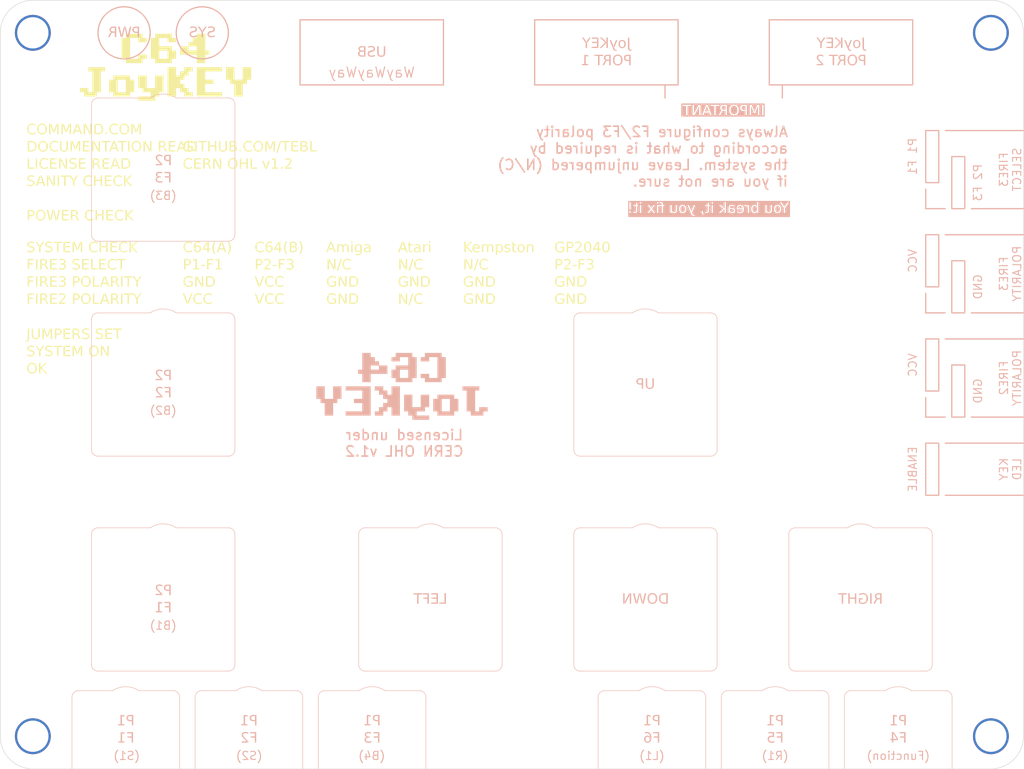
<source format=kicad_pcb>
(kicad_pcb (version 20240108) (generator "pcbnew") (generator_version "8.0")
  (layers (0 "F.Cu" signal) (31 "B.Cu" signal) (34 "B.Paste" user) (35 "F.Paste" user) (36 "B.SilkS" user "B.Silkscreen") (37 "F.SilkS" user "F.Silkscreen") (38 "B.Mask" user) (39 "F.Mask" user) (44 "Edge.Cuts" user))
  (net 0 "")
  (net 1 "Net-(M1-Pin_1)")
  (footprint "mounting:M3_pin" (layer "F.Cu") (at 144.145 154.305)
    (property "Reference" "M1" (hide yes))
    (property "Value" "Mounting" (hide yes))
    (pad "1" thru_hole circle (at 0 0) (size 3.5 3.5) (drill 3.048) (layers "*.Cu" "*.Mask") (net 1 "Net-(M1-Pin_1)"))
  )
  (footprint "mounting:M3_pin" (layer "F.Cu") (at 237.49 154.305)
    (property "Reference" "M2" (hide yes))
    (property "Value" "Mounting" (hide yes))
    (pad "1" thru_hole circle (at 0 0) (size 3.5 3.5) (drill 3.048) (layers "*.Cu" "*.Mask") (net 1 "Net-(M1-Pin_1)"))
  )
  (footprint "mounting:M3_pin" (layer "F.Cu") (at 237.49 85.725)
    (property "Reference" "M3" (hide yes))
    (property "Value" "Mounting" (hide yes))
    (pad "1" thru_hole circle (at 0 0) (size 3.5 3.5) (drill 3.048) (layers "*.Cu" "*.Mask") (net 1 "Net-(M1-Pin_1)"))
  )
  (footprint "mounting:M3_pin" (layer "F.Cu") (at 144.145 85.725)
    (property "Reference" "M4" (hide yes))
    (property "Value" "Mounting" (hide yes))
    (pad "1" thru_hole circle (at 0 0) (size 3.5 3.5) (drill 3.048) (layers "*.Cu" "*.Mask") (net 1 "Net-(M1-Pin_1)"))
  )
  (footprint "logo:c64_joykey" (layer "F.Cu") (at 156.845 88.9)
    (property "Reference" "G***" (hide yes))
    (property "Value" "LOGO" (hide yes))
    (fp_poly (pts (xy 5.72072 0.584785) (xy 4.093493 0.584785) (xy 4.093493 1.398399) (xy 4.907107 1.398399) (xy 4.907107 1.805206) (xy 4.093493 1.805206) (xy 4.093493 2.618819) (xy 5.72072 2.618819) (xy 5.72072 3.025626) (xy 3.27988 3.025626) (xy 3.27988 0.177978) (xy 5.72072 0.177978) (xy 5.72072 0.584785)) (stroke (width 0.01)) (fill solid) (layer "F.SilkS"))
    (fp_poly (pts (xy -5.66987 0.584785) (xy -6.076677 0.584785) (xy -6.076677 2.618819) (xy -6.483484 2.618819) (xy -6.483484 3.025626) (xy -7.703904 3.025626) (xy -7.703904 2.618819) (xy -8.110711 2.618819) (xy -8.110711 2.212012) (xy -7.297097 2.212012) (xy -7.297097 2.618819) (xy -6.890291 2.618819) (xy -6.890291 0.584785) (xy -7.297097 0.584785) (xy -7.297097 0.177978) (xy -5.66987 0.177978) (xy -5.66987 0.584785)) (stroke (width 0.01)) (fill solid) (layer "F.SilkS"))
    (fp_poly (pts (xy 6.941141 1.398399) (xy 7.754754 1.398399) (xy 7.754754 0.177978) (xy 8.568368 0.177978) (xy 8.568368 1.398399) (xy 8.161561 1.398399) (xy 8.161561 1.805206) (xy 7.754754 1.805206) (xy 7.754754 3.025626) (xy 6.941141 3.025626) (xy 6.941141 1.805206) (xy 6.534334 1.805206) (xy 6.534334 1.398399) (xy 6.127527 1.398399) (xy 6.127527 0.177978) (xy 6.941141 0.177978) (xy 6.941141 1.398399)) (stroke (width 0.01)) (fill solid) (layer "F.SilkS"))
    (fp_poly (pts (xy -3.229029 1.398399) (xy -2.822223 1.398399) (xy -2.822223 2.618819) (xy -3.229029 2.618819) (xy -3.229029 3.025626) (xy -4.856257 3.025626) (xy -4.856257 2.618819) (xy -5.263063 2.618819) (xy -5.263063 1.398399) (xy -4.856257 1.398399) (xy -4.44945 1.398399) (xy -4.44945 2.618819) (xy -3.635836 2.618819) (xy -3.635836 1.398399) (xy -4.44945 1.398399) (xy -4.856257 1.398399) (xy -4.856257 0.991592) (xy -3.229029 0.991592) (xy -3.229029 1.398399)) (stroke (width 0.01)) (fill solid) (layer "F.SilkS"))
    (fp_poly (pts (xy -1.601802 2.212012) (xy -0.788189 2.212012) (xy -0.788189 0.991592) (xy 0.025425 0.991592) (xy 0.025425 2.618819) (xy -0.381382 2.618819) (xy -0.381382 3.025626) (xy -0.788189 3.025626) (xy -0.788189 3.432433) (xy -2.415416 3.432433) (xy -2.415416 3.025626) (xy -1.194995 3.025626) (xy -1.194995 2.618819) (xy -2.008609 2.618819) (xy -2.008609 2.212012) (xy -2.415416 2.212012) (xy -2.415416 0.991592) (xy -1.601802 0.991592) (xy -1.601802 2.212012)) (stroke (width 0.01)) (fill solid) (layer "F.SilkS"))
    (fp_poly (pts (xy -2.008609 -2.669669) (xy -1.601802 -2.669669) (xy -1.601802 -2.262863) (xy -2.415416 -2.262863) (xy -2.415416 -2.669669) (xy -3.229029 -2.669669) (xy -3.229029 -0.635635) (xy -2.415416 -0.635635) (xy -2.415416 -1.042442) (xy -1.601802 -1.042442) (xy -1.601802 -0.635635) (xy -2.008609 -0.635635) (xy -2.008609 -0.228829) (xy -3.635836 -0.228829) (xy -3.635836 -0.635635) (xy -4.042643 -0.635635) (xy -4.042643 -2.669669) (xy -3.635836 -2.669669) (xy -3.635836 -3.076476) (xy -2.008609 -3.076476) (xy -2.008609 -2.669669)) (stroke (width 0.01)) (fill solid) (layer "F.SilkS"))
    (fp_poly (pts (xy 4.093493 -1.449249) (xy 4.5003 -1.449249) (xy 4.5003 -1.042442) (xy 4.093493 -1.042442) (xy 4.093493 -0.228829) (xy 3.27988 -0.228829) (xy 3.27988 -1.042442) (xy 1.652652 -1.042442) (xy 1.652652 -1.856056) (xy 2.466266 -1.856056) (xy 2.466266 -1.449249) (xy 3.27988 -1.449249) (xy 3.27988 -1.856056) (xy 2.466266 -1.856056) (xy 2.466266 -2.262863) (xy 2.873073 -2.262863) (xy 2.873073 -2.669669) (xy 3.27988 -2.669669) (xy 3.27988 -3.076476) (xy 4.093493 -3.076476) (xy 4.093493 -1.449249)) (stroke (width 0.01)) (fill solid) (layer "F.SilkS"))
    (fp_poly (pts (xy 0.839039 -2.669669) (xy 1.245846 -2.669669) (xy 1.245846 -2.262863) (xy 0.432232 -2.262863) (xy 0.432232 -2.669669) (xy -0.381382 -2.669669) (xy -0.381382 -1.856056) (xy 0.839039 -1.856056) (xy 0.839039 -1.449249) (xy 1.245846 -1.449249) (xy 1.245846 -0.635635) (xy 0.839039 -0.635635) (xy 0.839039 -0.228829) (xy -0.788189 -0.228829) (xy -0.788189 -0.635635) (xy -1.194995 -0.635635) (xy -1.194995 -1.449249) (xy -0.381382 -1.449249) (xy -0.381382 -0.635635) (xy 0.432232 -0.635635) (xy 0.432232 -1.449249) (xy -0.381382 -1.449249) (xy -1.194995 -1.449249) (xy -1.194995 -2.669669) (xy -0.788189 -2.669669) (xy -0.788189 -3.076476) (xy 0.839039 -3.076476) (xy 0.839039 -2.669669)) (stroke (width 0.01)) (fill solid) (layer "F.SilkS"))
    (fp_poly (pts (xy 1.245846 0.991592) (xy 1.652652 0.991592) (xy 1.652652 0.584785) (xy 2.059459 0.584785) (xy 2.059459 0.177978) (xy 2.873073 0.177978) (xy 2.873073 0.584785) (xy 2.466266 0.584785) (xy 2.466266 0.991592) (xy 2.059459 0.991592) (xy 2.059459 1.398399) (xy 1.652652 1.398399) (xy 1.652652 1.805206) (xy 2.059459 1.805206) (xy 2.059459 2.212012) (xy 2.466266 2.212012) (xy 2.466266 2.618819) (xy 2.873073 2.618819) (xy 2.873073 3.025626) (xy 2.059459 3.025626) (xy 2.059459 2.618819) (xy 1.652652 2.618819) (xy 1.652652 2.212012) (xy 1.245846 2.212012) (xy 1.245846 3.025626) (xy 0.432232 3.025626) (xy 0.432232 0.177978) (xy 1.245846 0.177978) (xy 1.245846 0.991592)) (stroke (width 0.01)) (fill solid) (layer "F.SilkS"))
  )
  (footprint "logo:c64_joykey" (layer "B.Cu") (at 180.34 120.015 180)
    (property "Reference" "G***" (hide yes))
    (property "Value" "LOGO" (hide yes))
    (fp_poly (pts (xy 5.72072 -0.584785) (xy 4.093493 -0.584785) (xy 4.093493 -1.398399) (xy 4.907107 -1.398399) (xy 4.907107 -1.805206) (xy 4.093493 -1.805206) (xy 4.093493 -2.618819) (xy 5.72072 -2.618819) (xy 5.72072 -3.025626) (xy 3.27988 -3.025626) (xy 3.27988 -0.177978) (xy 5.72072 -0.177978) (xy 5.72072 -0.584785)) (stroke (width 0.01)) (fill solid) (layer "B.SilkS"))
    (fp_poly (pts (xy 6.941141 -1.398399) (xy 7.754754 -1.398399) (xy 7.754754 -0.177978) (xy 8.568368 -0.177978) (xy 8.568368 -1.398399) (xy 8.161561 -1.398399) (xy 8.161561 -1.805206) (xy 7.754754 -1.805206) (xy 7.754754 -3.025626) (xy 6.941141 -3.025626) (xy 6.941141 -1.805206) (xy 6.534334 -1.805206) (xy 6.534334 -1.398399) (xy 6.127527 -1.398399) (xy 6.127527 -0.177978) (xy 6.941141 -0.177978) (xy 6.941141 -1.398399)) (stroke (width 0.01)) (fill solid) (layer "B.SilkS"))
    (fp_poly (pts (xy -5.66987 -0.584785) (xy -6.076677 -0.584785) (xy -6.076677 -2.618819) (xy -6.483484 -2.618819) (xy -6.483484 -3.025626) (xy -7.703904 -3.025626) (xy -7.703904 -2.618819) (xy -8.110711 -2.618819) (xy -8.110711 -2.212012) (xy -7.297097 -2.212012) (xy -7.297097 -2.618819) (xy -6.890291 -2.618819) (xy -6.890291 -0.584785) (xy -7.297097 -0.584785) (xy -7.297097 -0.177978) (xy -5.66987 -0.177978) (xy -5.66987 -0.584785)) (stroke (width 0.01)) (fill solid) (layer "B.SilkS"))
    (fp_poly (pts (xy -1.601802 -2.212012) (xy -0.788189 -2.212012) (xy -0.788189 -0.991592) (xy 0.025425 -0.991592) (xy 0.025425 -2.618819) (xy -0.381382 -2.618819) (xy -0.381382 -3.025626) (xy -0.788189 -3.025626) (xy -0.788189 -3.432433) (xy -2.415416 -3.432433) (xy -2.415416 -3.025626) (xy -1.194995 -3.025626) (xy -1.194995 -2.618819) (xy -2.008609 -2.618819) (xy -2.008609 -2.212012) (xy -2.415416 -2.212012) (xy -2.415416 -0.991592) (xy -1.601802 -0.991592) (xy -1.601802 -2.212012)) (stroke (width 0.01)) (fill solid) (layer "B.SilkS"))
    (fp_poly (pts (xy -3.229029 -1.398399) (xy -2.822223 -1.398399) (xy -2.822223 -2.618819) (xy -3.229029 -2.618819) (xy -3.229029 -3.025626) (xy -4.856257 -3.025626) (xy -4.856257 -2.618819) (xy -5.263063 -2.618819) (xy -5.263063 -1.398399) (xy -4.856257 -1.398399) (xy -4.44945 -1.398399) (xy -4.44945 -2.618819) (xy -3.635836 -2.618819) (xy -3.635836 -1.398399) (xy -4.44945 -1.398399) (xy -4.856257 -1.398399) (xy -4.856257 -0.991592) (xy -3.229029 -0.991592) (xy -3.229029 -1.398399)) (stroke (width 0.01)) (fill solid) (layer "B.SilkS"))
    (fp_poly (pts (xy 4.093493 1.449249) (xy 4.5003 1.449249) (xy 4.5003 1.042442) (xy 4.093493 1.042442) (xy 4.093493 0.228829) (xy 3.27988 0.228829) (xy 3.27988 1.042442) (xy 1.652652 1.042442) (xy 1.652652 1.856056) (xy 2.466266 1.856056) (xy 2.466266 1.449249) (xy 3.27988 1.449249) (xy 3.27988 1.856056) (xy 2.466266 1.856056) (xy 2.466266 2.262863) (xy 2.873073 2.262863) (xy 2.873073 2.669669) (xy 3.27988 2.669669) (xy 3.27988 3.076476) (xy 4.093493 3.076476) (xy 4.093493 1.449249)) (stroke (width 0.01)) (fill solid) (layer "B.SilkS"))
    (fp_poly (pts (xy -2.008609 2.669669) (xy -1.601802 2.669669) (xy -1.601802 2.262863) (xy -2.415416 2.262863) (xy -2.415416 2.669669) (xy -3.229029 2.669669) (xy -3.229029 0.635635) (xy -2.415416 0.635635) (xy -2.415416 1.042442) (xy -1.601802 1.042442) (xy -1.601802 0.635635) (xy -2.008609 0.635635) (xy -2.008609 0.228829) (xy -3.635836 0.228829) (xy -3.635836 0.635635) (xy -4.042643 0.635635) (xy -4.042643 2.669669) (xy -3.635836 2.669669) (xy -3.635836 3.076476) (xy -2.008609 3.076476) (xy -2.008609 2.669669)) (stroke (width 0.01)) (fill solid) (layer "B.SilkS"))
    (fp_poly (pts (xy 0.839039 2.669669) (xy 1.245846 2.669669) (xy 1.245846 2.262863) (xy 0.432232 2.262863) (xy 0.432232 2.669669) (xy -0.381382 2.669669) (xy -0.381382 1.856056) (xy 0.839039 1.856056) (xy 0.839039 1.449249) (xy 1.245846 1.449249) (xy 1.245846 0.635635) (xy 0.839039 0.635635) (xy 0.839039 0.228829) (xy -0.788189 0.228829) (xy -0.788189 0.635635) (xy -1.194995 0.635635) (xy -1.194995 1.449249) (xy -0.381382 1.449249) (xy -0.381382 0.635635) (xy 0.432232 0.635635) (xy 0.432232 1.449249) (xy -0.381382 1.449249) (xy -1.194995 1.449249) (xy -1.194995 2.669669) (xy -0.788189 2.669669) (xy -0.788189 3.076476) (xy 0.839039 3.076476) (xy 0.839039 2.669669)) (stroke (width 0.01)) (fill solid) (layer "B.SilkS"))
    (fp_poly (pts (xy 1.245846 -0.991592) (xy 1.652652 -0.991592) (xy 1.652652 -0.584785) (xy 2.059459 -0.584785) (xy 2.059459 -0.177978) (xy 2.873073 -0.177978) (xy 2.873073 -0.584785) (xy 2.466266 -0.584785) (xy 2.466266 -0.991592) (xy 2.059459 -0.991592) (xy 2.059459 -1.398399) (xy 1.652652 -1.398399) (xy 1.652652 -1.805206) (xy 2.059459 -1.805206) (xy 2.059459 -2.212012) (xy 2.466266 -2.212012) (xy 2.466266 -2.618819) (xy 2.873073 -2.618819) (xy 2.873073 -3.025626) (xy 2.059459 -3.025626) (xy 2.059459 -2.618819) (xy 1.652652 -2.618819) (xy 1.652652 -2.212012) (xy 1.245846 -2.212012) (xy 1.245846 -3.025626) (xy 0.432232 -3.025626) (xy 0.432232 -0.177978) (xy 1.245846 -0.177978) (xy 1.245846 -0.991592)) (stroke (width 0.01)) (fill solid) (layer "B.SilkS"))
  )
  (gr_line (start 170.18 84.455) (end 184.15 84.455) (stroke (width 0.12)) (layer "B.SilkS"))
  (gr_line (start 205.734998 149.860002) (end 209.072999 149.860003) (stroke (width 0.05)) (layer "B.SilkS"))
  (gr_line (start 235.585 123.19) (end 240.665 123.19) (stroke (width 0.12)) (layer "B.SilkS"))
  (gr_line (start 231.14 102.87) (end 233.045 102.87) (stroke (width 0.12)) (layer "B.SilkS"))
  (gr_line (start 193.04 90.805) (end 193.04 84.455) (stroke (width 0.12)) (layer "B.SilkS"))
  (gr_arc (start 155.575001 133.985003) (mid 156.844999 133.600478) (end 158.114998 133.985002) (stroke (width 0.05)) (layer "B.SilkS"))
  (gr_rect (start 233.68 97.79) (end 234.95 102.87) (stroke (width 0.12)) (fill none) (layer "B.SilkS"))
  (gr_line (start 235.585 102.87) (end 240.665 102.87) (stroke (width 0.12)) (layer "B.SilkS"))
  (gr_arc (start 150.495 127) (mid 150.045987 126.814013) (end 149.86 126.365) (stroke (width 0.05)) (layer "B.SilkS"))
  (gr_arc (start 163.928001 149.860003) (mid 165.197999 149.475478) (end 166.467998 149.860002) (stroke (width 0.05)) (layer "B.SilkS"))
  (gr_line (start 203.195001 149.860003) (end 199.857 149.860002) (stroke (width 0.05)) (layer "B.SilkS"))
  (gr_line (start 171.955 157.480002) (end 171.955 150.495002) (stroke (width 0.05)) (layer "B.SilkS"))
  (gr_line (start 223.52 133.985001) (end 218.44 133.985) (stroke (width 0.05)) (layer "B.SilkS"))
  (gr_arc (start 231.775 147.32) (mid 231.589013 147.769013) (end 231.14 147.955) (stroke (width 0.05)) (layer "B.SilkS"))
  (gr_line (start 229.87 90.805) (end 215.9 90.805) (stroke (width 0.12)) (layer "B.SilkS"))
  (gr_line (start 149.86 113.665) (end 149.86 126.365) (stroke (width 0.05)) (layer "B.SilkS"))
  (gr_line (start 170.440999 157.480003) (end 170.440999 150.495003) (stroke (width 0.05)) (layer "B.SilkS"))
  (gr_line (start 149.86 92.71) (end 149.86 105.41) (stroke (width 0.05)) (layer "B.SilkS"))
  (gr_line (start 150.495 127) (end 163.195 127) (stroke (width 0.05)) (layer "B.SilkS"))
  (gr_arc (start 189.23 133.985) (mid 189.679013 134.170987) (end 189.865 134.62) (stroke (width 0.05)) (layer "B.SilkS"))
  (gr_arc (start 202.565001 133.985003) (mid 203.834999 133.600478) (end 205.104998 133.985002) (stroke (width 0.05)) (layer "B.SilkS"))
  (gr_line (start 158.115 133.985) (end 163.195 133.985) (stroke (width 0.05)) (layer "B.SilkS"))
  (gr_line (start 215.9 84.455) (end 229.87 84.455) (stroke (width 0.12)) (layer "B.SilkS"))
  (gr_line (start 205.74 90.805) (end 205.74 92.075) (stroke (width 0.12)) (layer "B.SilkS"))
  (gr_line (start 218.44 147.955) (end 231.14 147.955) (stroke (width 0.05)) (layer "B.SilkS"))
  (gr_arc (start 149.86 92.71) (mid 150.045987 92.260987) (end 150.495 92.075) (stroke (width 0.05)) (layer "B.SilkS"))
  (gr_line (start 227.195501 149.860003) (end 223.8575 149.860002) (stroke (width 0.05)) (layer "B.SilkS"))
  (gr_line (start 215.195001 149.860003) (end 211.857 149.860002) (stroke (width 0.05)) (layer "B.SilkS"))
  (gr_line (start 231.14 113.03) (end 233.045 113.03) (stroke (width 0.12)) (layer "B.SilkS"))
  (gr_line (start 217.734998 149.860002) (end 221.072999 149.860003) (stroke (width 0.05)) (layer "B.SilkS"))
  (gr_line (start 150.495 106.045) (end 163.195 106.045) (stroke (width 0.05)) (layer "B.SilkS"))
  (gr_rect (start 233.68 107.95) (end 234.95 113.03) (stroke (width 0.12)) (fill none) (layer "B.SilkS"))
  (gr_arc (start 217.805 134.62) (mid 217.990987 134.170987) (end 218.44 133.985) (stroke (width 0.05)) (layer "B.SilkS"))
  (gr_line (start 163.83 147.32) (end 163.83 134.62) (stroke (width 0.05)) (layer "B.SilkS"))
  (gr_arc (start 163.83 126.365) (mid 163.644013 126.814013) (end 163.195 127) (stroke (width 0.05)) (layer "B.SilkS"))
  (gr_line (start 155.575 113.030001) (end 150.495 113.03) (stroke (width 0.05)) (layer "B.SilkS"))
  (gr_arc (start 210.185 133.985) (mid 210.634013 134.170987) (end 210.82 134.62) (stroke (width 0.05)) (layer "B.SilkS"))
  (gr_arc (start 196.85 134.62) (mid 197.035987 134.170987) (end 197.485 133.985) (stroke (width 0.05)) (layer "B.SilkS"))
  (gr_arc (start 163.195 133.985) (mid 163.644013 134.170987) (end 163.83 134.62) (stroke (width 0.05)) (layer "B.SilkS"))
  (gr_arc (start 149.86 134.62) (mid 150.045987 134.170987) (end 150.495 133.985) (stroke (width 0.05)) (layer "B.SilkS"))
  (gr_arc (start 233.073499 149.860003) (mid 233.522512 150.04599) (end 233.708499 150.495003) (stroke (width 0.05)) (layer "B.SilkS"))
  (gr_arc (start 163.83 105.41) (mid 163.644013 105.859013) (end 163.195 106.045) (stroke (width 0.05)) (layer "B.SilkS"))
  (gr_arc (start 150.495 106.045) (mid 150.045987 105.859013) (end 149.86 105.41) (stroke (width 0.05)) (layer "B.SilkS"))
  (gr_arc (start 223.520001 133.985003) (mid 224.789999 133.600478) (end 226.059998 133.985002) (stroke (width 0.05)) (layer "B.SilkS"))
  (gr_line (start 233.045 125.73) (end 240.665 125.73) (stroke (width 0.12)) (layer "B.SilkS"))
  (gr_arc (start 189.865 147.32) (mid 189.679013 147.769013) (end 189.23 147.955) (stroke (width 0.05)) (layer "B.SilkS"))
  (gr_line (start 155.575 133.985001) (end 150.495 133.985) (stroke (width 0.05)) (layer "B.SilkS"))
  (gr_circle (center 153.035 85.725) (end 153.035 88.265) (stroke (width 0.12)) (fill none) (layer "B.SilkS"))
  (gr_arc (start 231.14 133.985) (mid 231.589013 134.170987) (end 231.775 134.62) (stroke (width 0.05)) (layer "B.SilkS"))
  (gr_line (start 197.485 147.955) (end 210.185 147.955) (stroke (width 0.05)) (layer "B.SilkS"))
  (gr_line (start 175.895 134.62) (end 175.895 147.32) (stroke (width 0.05)) (layer "B.SilkS"))
  (gr_line (start 207.01 90.805) (end 193.04 90.805) (stroke (width 0.12)) (layer "B.SilkS"))
  (gr_line (start 149.86 134.62) (end 149.86 147.32) (stroke (width 0.05)) (layer "B.SilkS"))
  (gr_arc (start 176.53 147.955) (mid 176.080987 147.769013) (end 175.895 147.32) (stroke (width 0.05)) (layer "B.SilkS"))
  (gr_line (start 231.14 111.125) (end 231.14 113.03) (stroke (width 0.12)) (layer "B.SilkS"))
  (gr_line (start 184.15 133.985) (end 189.23 133.985) (stroke (width 0.05)) (layer "B.SilkS"))
  (gr_arc (start 155.575001 92.075003) (mid 156.844999 91.690478) (end 158.114998 92.075002) (stroke (width 0.05)) (layer "B.SilkS"))
  (gr_circle (center 160.655 85.725) (end 160.655 88.265) (stroke (width 0.12)) (fill none) (layer "B.SilkS"))
  (gr_line (start 181.61 133.985001) (end 176.53 133.985) (stroke (width 0.05)) (layer "B.SilkS"))
  (gr_line (start 184.15 90.805) (end 170.18 90.805) (stroke (width 0.12)) (layer "B.SilkS"))
  (gr_line (start 189.865 147.32) (end 189.865 134.62) (stroke (width 0.05)) (layer "B.SilkS"))
  (gr_arc (start 149.86 113.665) (mid 150.045987 113.215987) (end 150.495 113.03) (stroke (width 0.05)) (layer "B.SilkS"))
  (gr_arc (start 197.485 147.955) (mid 197.035987 147.769013) (end 196.85 147.32) (stroke (width 0.05)) (layer "B.SilkS"))
  (gr_line (start 205.105 133.985) (end 210.185 133.985) (stroke (width 0.05)) (layer "B.SilkS"))
  (gr_arc (start 215.195001 149.860003) (mid 216.464999 149.475478) (end 217.734998 149.860002) (stroke (width 0.05)) (layer "B.SilkS"))
  (gr_line (start 217.17 90.805) (end 217.17 92.075) (stroke (width 0.12)) (layer "B.SilkS"))
  (gr_line (start 229.735498 149.860002) (end 233.073499 149.860003) (stroke (width 0.05)) (layer "B.SilkS"))
  (gr_arc (start 223.2225 150.495002) (mid 223.408487 150.045989) (end 223.8575 149.860002) (stroke (width 0.05)) (layer "B.SilkS"))
  (gr_arc (start 150.495 147.955) (mid 150.045987 147.769013) (end 149.86 147.32) (stroke (width 0.05)) (layer "B.SilkS"))
  (gr_line (start 155.575 92.075001) (end 150.495 92.075) (stroke (width 0.05)) (layer "B.SilkS"))
  (gr_line (start 229.87 84.455) (end 229.87 90.805) (stroke (width 0.12)) (layer "B.SilkS"))
  (gr_line (start 170.18 90.805) (end 170.18 84.455) (stroke (width 0.12)) (layer "B.SilkS"))
  (gr_rect (start 231.14 95.25) (end 232.41 100.33) (stroke (width 0.12)) (fill none) (layer "B.SilkS"))
  (gr_arc (start 211.222 150.495002) (mid 211.407987 150.045989) (end 211.857 149.860002) (stroke (width 0.05)) (layer "B.SilkS"))
  (gr_line (start 178.467998 149.860002) (end 181.805999 149.860003) (stroke (width 0.05)) (layer "B.SilkS"))
  (gr_line (start 223.2225 157.480002) (end 223.2225 150.495002) (stroke (width 0.05)) (layer "B.SilkS"))
  (gr_arc (start 147.955 150.495) (mid 148.140987 150.045987) (end 148.59 149.86) (stroke (width 0.05)) (layer "B.SilkS"))
  (gr_line (start 231.14 121.285) (end 231.14 123.19) (stroke (width 0.12)) (layer "B.SilkS"))
  (gr_arc (start 202.565001 113.030003) (mid 203.834999 112.645478) (end 205.104998 113.030002) (stroke (width 0.05)) (layer "B.SilkS"))
  (gr_arc (start 181.610001 133.985003) (mid 182.879999 133.600478) (end 184.149998 133.985002) (stroke (width 0.05)) (layer "B.SilkS"))
  (gr_line (start 150.495 147.955) (end 163.195 147.955) (stroke (width 0.05)) (layer "B.SilkS"))
  (gr_line (start 157.805999 149.860001) (end 154.467998 149.86) (stroke (width 0.05)) (layer "B.SilkS"))
  (gr_arc (start 163.195 113.03) (mid 163.644013 113.215987) (end 163.83 113.665) (stroke (width 0.05)) (layer "B.SilkS"))
  (gr_line (start 196.85 134.62) (end 196.85 147.32) (stroke (width 0.05)) (layer "B.SilkS"))
  (gr_arc (start 163.83 147.32) (mid 163.644013 147.769013) (end 163.195 147.955) (stroke (width 0.05)) (layer "B.SilkS"))
  (gr_arc (start 159.955 150.495002) (mid 160.140987 150.045989) (end 160.59 149.860002) (stroke (width 0.05)) (layer "B.SilkS"))
  (gr_arc (start 163.195 92.075) (mid 163.644013 92.260987) (end 163.83 92.71) (stroke (width 0.05)) (layer "B.SilkS"))
  (gr_line (start 233.045 105.41) (end 240.665 105.41) (stroke (width 0.12)) (layer "B.SilkS"))
  (gr_rect (start 231.14 125.73) (end 232.41 130.81) (stroke (width 0.12)) (fill none) (layer "B.SilkS"))
  (gr_line (start 231.14 100.965) (end 231.14 102.87) (stroke (width 0.12)) (layer "B.SilkS"))
  (gr_arc (start 218.44 147.955) (mid 217.990987 147.769013) (end 217.805 147.32) (stroke (width 0.05)) (layer "B.SilkS"))
  (gr_line (start 158.115 92.075) (end 163.195 92.075) (stroke (width 0.05)) (layer "B.SilkS"))
  (gr_arc (start 210.185 113.03) (mid 210.634013 113.215987) (end 210.82 113.665) (stroke (width 0.05)) (layer "B.SilkS"))
  (gr_line (start 210.82 147.32) (end 210.82 134.62) (stroke (width 0.05)) (layer "B.SilkS"))
  (gr_arc (start 196.85 113.665) (mid 197.035987 113.215987) (end 197.485 113.03) (stroke (width 0.05)) (layer "B.SilkS"))
  (gr_line (start 176.53 147.955) (end 189.23 147.955) (stroke (width 0.05)) (layer "B.SilkS"))
  (gr_line (start 182.440999 157.480003) (end 182.440999 150.495003) (stroke (width 0.05)) (layer "B.SilkS"))
  (gr_line (start 193.04 84.455) (end 207.01 84.455) (stroke (width 0.12)) (layer "B.SilkS"))
  (gr_line (start 197.485 127) (end 210.185 127) (stroke (width 0.05)) (layer "B.SilkS"))
  (gr_arc (start 175.928001 149.860003) (mid 177.197999 149.475478) (end 178.467998 149.860002) (stroke (width 0.05)) (layer "B.SilkS"))
  (gr_arc (start 157.805999 149.860001) (mid 158.255012 150.045988) (end 158.440999 150.495001) (stroke (width 0.05)) (layer "B.SilkS"))
  (gr_line (start 205.105 113.03) (end 210.185 113.03) (stroke (width 0.05)) (layer "B.SilkS"))
  (gr_arc (start 197.485 127) (mid 197.035987 126.814013) (end 196.85 126.365) (stroke (width 0.05)) (layer "B.SilkS"))
  (gr_arc (start 209.072999 149.860003) (mid 209.522012 150.04599) (end 209.707999 150.495003) (stroke (width 0.05)) (layer "B.SilkS"))
  (gr_line (start 159.955 157.480002) (end 159.955 150.495002) (stroke (width 0.05)) (layer "B.SilkS"))
  (gr_line (start 209.707999 157.480003) (end 209.707999 150.495003) (stroke (width 0.05)) (layer "B.SilkS"))
  (gr_line (start 199.222 157.480002) (end 199.222 150.495002) (stroke (width 0.05)) (layer "B.SilkS"))
  (gr_arc (start 155.575001 113.030003) (mid 156.844999 112.645478) (end 158.114998 113.030002) (stroke (width 0.05)) (layer "B.SilkS"))
  (gr_arc (start 210.82 147.32) (mid 210.634013 147.769013) (end 210.185 147.955) (stroke (width 0.05)) (layer "B.SilkS"))
  (gr_line (start 226.06 133.985) (end 231.14 133.985) (stroke (width 0.05)) (layer "B.SilkS"))
  (gr_line (start 158.115 113.03) (end 163.195 113.03) (stroke (width 0.05)) (layer "B.SilkS"))
  (gr_arc (start 181.805999 149.860003) (mid 182.255012 150.04599) (end 182.440999 150.495003) (stroke (width 0.05)) (layer "B.SilkS"))
  (gr_arc (start 227.195501 149.860003) (mid 228.465499 149.475478) (end 229.735498 149.860002) (stroke (width 0.05)) (layer "B.SilkS"))
  (gr_line (start 175.928001 149.860003) (end 172.59 149.860002) (stroke (width 0.05)) (layer "B.SilkS"))
  (gr_line (start 210.82 126.365) (end 210.82 113.665) (stroke (width 0.05)) (layer "B.SilkS"))
  (gr_arc (start 221.072999 149.860003) (mid 221.522012 150.04599) (end 221.707999 150.495003) (stroke (width 0.05)) (layer "B.SilkS"))
  (gr_line (start 169.805999 149.860003) (end 166.467998 149.860002) (stroke (width 0.05)) (layer "B.SilkS"))
  (gr_line (start 202.565 133.985001) (end 197.485 133.985) (stroke (width 0.05)) (layer "B.SilkS"))
  (gr_arc (start 203.195001 149.860003) (mid 204.464999 149.475478) (end 205.734998 149.860002) (stroke (width 0.05)) (layer "B.SilkS"))
  (gr_line (start 160.59 149.860002) (end 163.928001 149.860003) (stroke (width 0.05)) (layer "B.SilkS"))
  (gr_line (start 217.805 134.62) (end 217.805 147.32) (stroke (width 0.05)) (layer "B.SilkS"))
  (gr_arc (start 175.895 134.62) (mid 176.080987 134.170987) (end 176.53 133.985) (stroke (width 0.05)) (layer "B.SilkS"))
  (gr_arc (start 151.928001 149.860001) (mid 153.197999 149.475476) (end 154.467998 149.86) (stroke (width 0.05)) (layer "B.SilkS"))
  (gr_line (start 221.707999 157.480003) (end 221.707999 150.495003) (stroke (width 0.05)) (layer "B.SilkS"))
  (gr_line (start 211.222 157.480002) (end 211.222 150.495002) (stroke (width 0.05)) (layer "B.SilkS"))
  (gr_rect (start 231.14 105.41) (end 232.41 110.49) (stroke (width 0.12)) (fill none) (layer "B.SilkS"))
  (gr_arc (start 171.955 150.495002) (mid 172.140987 150.045989) (end 172.59 149.860002) (stroke (width 0.05)) (layer "B.SilkS"))
  (gr_line (start 233.708499 157.480003) (end 233.708499 150.495003) (stroke (width 0.05)) (layer "B.SilkS"))
  (gr_line (start 147.955 157.48) (end 147.955 150.495) (stroke (width 0.05)) (layer "B.SilkS"))
  (gr_line (start 163.83 126.365) (end 163.83 113.665) (stroke (width 0.05)) (layer "B.SilkS"))
  (gr_line (start 148.59 149.86) (end 151.928001 149.860001) (stroke (width 0.05)) (layer "B.SilkS"))
  (gr_line (start 215.9 90.805) (end 215.9 84.455) (stroke (width 0.12)) (layer "B.SilkS"))
  (gr_arc (start 199.222 150.495002) (mid 199.407987 150.045989) (end 199.857 149.860002) (stroke (width 0.05)) (layer "B.SilkS"))
  (gr_line (start 158.440999 157.480001) (end 158.440999 150.495001) (stroke (width 0.05)) (layer "B.SilkS"))
  (gr_line (start 231.14 123.19) (end 233.045 123.19) (stroke (width 0.12)) (layer "B.SilkS"))
  (gr_rect (start 233.68 118.11) (end 234.95 123.19) (stroke (width 0.12)) (fill none) (layer "B.SilkS"))
  (gr_line (start 233.045 115.57) (end 240.665 115.57) (stroke (width 0.12)) (layer "B.SilkS"))
  (gr_line (start 196.85 113.665) (end 196.85 126.365) (stroke (width 0.05)) (layer "B.SilkS"))
  (gr_arc (start 210.82 126.365) (mid 210.634013 126.814013) (end 210.185 127) (stroke (width 0.05)) (layer "B.SilkS"))
  (gr_line (start 207.01 90.805) (end 207.01 84.455) (stroke (width 0.12)) (layer "B.SilkS"))
  (gr_line (start 235.585 113.03) (end 240.665 113.03) (stroke (width 0.12)) (layer "B.SilkS"))
  (gr_line (start 231.775 147.32) (end 231.775 134.62) (stroke (width 0.05)) (layer "B.SilkS"))
  (gr_line (start 202.565 113.030001) (end 197.485 113.03) (stroke (width 0.05)) (layer "B.SilkS"))
  (gr_line (start 184.15 90.805) (end 184.15 84.455) (stroke (width 0.12)) (layer "B.SilkS"))
  (gr_line (start 233.045 95.25) (end 240.665 95.25) (stroke (width 0.12)) (layer "B.SilkS"))
  (gr_rect (start 231.14 115.57) (end 232.41 120.65) (stroke (width 0.12)) (fill none) (layer "B.SilkS"))
  (gr_line (start 163.83 105.41) (end 163.83 92.71) (stroke (width 0.05)) (layer "B.SilkS"))
  (gr_arc (start 169.805999 149.860003) (mid 170.255012 150.04599) (end 170.440999 150.495003) (stroke (width 0.05)) (layer "B.SilkS"))
  (gr_line (start 233.045 130.81) (end 240.665 130.81) (stroke (width 0.12)) (layer "B.SilkS"))
  (gr_arc (start 240.665 154.305) (mid 239.735064 156.550064) (end 237.49 157.48) (stroke (width 0.05)) (layer "Edge.Cuts"))
  (gr_arc (start 237.49 82.55) (mid 239.735064 83.479936) (end 240.665 85.725) (stroke (width 0.05)) (layer "Edge.Cuts"))
  (gr_line (start 234.315 82.55) (end 237.49 82.55) (stroke (width 0.05)) (layer "Edge.Cuts"))
  (gr_arc (start 140.97 85.725) (mid 141.899936 83.479936) (end 144.145 82.55) (stroke (width 0.05)) (layer "Edge.Cuts"))
  (gr_line (start 240.665 154.305) (end 240.665 85.725) (stroke (width 0.05)) (layer "Edge.Cuts"))
  (gr_line (start 140.97 154.305) (end 140.97 85.725) (stroke (width 0.05)) (layer "Edge.Cuts"))
  (gr_line (start 144.145 82.55) (end 234.315 82.55) (stroke (width 0.05)) (layer "Edge.Cuts"))
  (gr_line (start 237.49 157.48) (end 144.145 157.48) (stroke (width 0.05)) (layer "Edge.Cuts"))
  (gr_arc (start 144.145 157.48) (mid 141.899936 156.550064) (end 140.97 154.305) (stroke (width 0.05)) (layer "Edge.Cuts"))
  (gr_text "JoyKEY\nPORT 1" (at 200.025 87.63 0) (layer "B.SilkS") (effects (font (size 1 1)) (justify mirror)))
  (gr_text "WayWayWay" (at 177.165 90.17 -0) (layer "B.SilkS") (effects (font (size 1 1) (thickness 0.1)) (justify bottom mirror)))
  (gr_text "(S2)" (at 165.227 156.21 0) (layer "B.SilkS") (effects (font (size 0.8 0.8) (thickness 0.1)) (justify mirror)))
  (gr_text "LEFT" (at 182.88 140.97 0) (layer "B.SilkS") (effects (font (size 1 1)) (justify mirror)))
  (gr_text "(L1)" (at 204.465 156.21 0) (layer "B.SilkS") (effects (font (size 0.8 0.8) (thickness 0.1)) (justify mirror)))
  (gr_text "P1\nF5" (at 216.464999 153.67 0) (layer "B.SilkS") (effects (font (size 1 1)) (justify mirror)))
  (gr_text "(S1)" (at 153.289 156.21 0) (layer "B.SilkS") (effects (font (size 0.8 0.8) (thickness 0.1)) (justify mirror)))
  (gr_text "PWR" (at 153.035 85.725 0) (layer "B.SilkS") (effects (font (size 1 1)) (justify mirror)))
  (gr_text "KEY\nLED" (at 239.395 128.27 90) (layer "B.SilkS") (effects (font (size 0.8 0.8) (thickness 0.1)) (justify mirror)))
  (gr_text "IMPORTANT" (at 211.455 93.345 0) (layer "B.SilkS" knockout) (effects (font (size 1 1)) (justify mirror)))
  (gr_text "Always configure F2/F3 polarity\naccording to what is required by\nthe system. Leave unjumpered (N/C)\nif you are not sure." (at 217.805 97.79 0) (layer "B.SilkS") (effects (font (size 1 1)) (justify left mirror)))
  (gr_text "P1\nF1" (at 153.197999 153.669998 0) (layer "B.SilkS") (effects (font (size 1 1)) (justify mirror)))
  (gr_text "VCC" (at 229.87 107.95 90) (layer "B.SilkS") (effects (font (size 0.8 0.8) (thickness 0.1)) (justify mirror)))
  (gr_text "P1\nF3" (at 177.197999 153.67 0) (layer "B.SilkS") (effects (font (size 1 1)) (justify mirror)))
  (gr_text "(B2)" (at 156.845 122.555 0) (layer "B.SilkS") (effects (font (size 0.8 0.8) (thickness 0.1)) (justify mirror)))
  (gr_text "GND" (at 236.22 120.65 90) (layer "B.SilkS") (effects (font (size 0.8 0.8) (thickness 0.1)) (justify mirror)))
  (gr_text "SYS" (at 160.655 85.725 0) (layer "B.SilkS") (effects (font (size 1 1)) (justify mirror)))
  (gr_text "(B4)" (at 177.165 156.21 0) (layer "B.SilkS") (effects (font (size 0.8 0.8) (thickness 0.1)) (justify mirror)))
  (gr_text "UP" (at 203.835 120.015 0) (layer "B.SilkS") (effects (font (size 1 1)) (justify mirror)))
  (gr_text "DOWN" (at 203.835 140.97 0) (layer "B.SilkS") (effects (font (size 1 1)) (justify mirror)))
  (gr_text "(B1)" (at 156.845 143.51 0) (layer "B.SilkS") (effects (font (size 0.8 0.8) (thickness 0.1)) (justify mirror)))
  (gr_text "You break it, you fix it!" (at 217.805 102.87 0) (layer "B.SilkS" knockout) (effects (font (size 1 1)) (justify left mirror)))
  (gr_text "Licensed under\nCERN OHL v1.2" (at 180.34 125.73 -0) (layer "B.SilkS") (effects (font (size 1 1)) (justify mirror)))
  (gr_text "P2\nF1" (at 156.845 140.97 0) (layer "B.SilkS") (effects (font (size 1 1)) (justify mirror)))
  (gr_text "USB" (at 177.165 87.63 0) (layer "B.SilkS") (effects (font (size 1 1)) (justify mirror)))
  (gr_text "P1\nF6" (at 204.464999 153.67 0) (layer "B.SilkS") (effects (font (size 1 1)) (justify mirror)))
  (gr_text "ENABLE" (at 229.87 128.27 90) (layer "B.SilkS") (effects (font (size 0.8 0.8) (thickness 0.1)) (justify mirror)))
  (gr_text "P1\nF2" (at 165.197999 153.67 0) (layer "B.SilkS") (effects (font (size 1 1)) (justify mirror)))
  (gr_text "VCC" (at 229.87 118.11 90) (layer "B.SilkS") (effects (font (size 0.8 0.8) (thickness 0.1)) (justify mirror)))
  (gr_text "P2\nF2" (at 156.845 120.015 0) (layer "B.SilkS") (effects (font (size 1 1)) (justify mirror)))
  (gr_text "FIRE3\nSELECT" (at 239.395 99.06 90) (layer "B.SilkS") (effects (font (size 0.8 0.8) (thickness 0.1)) (justify mirror)))
  (gr_text "P1 F1" (at 229.87 97.79 90) (layer "B.SilkS") (effects (font (size 0.8 0.8) (thickness 0.1)) (justify mirror)))
  (gr_text "FIRE2\nPOLARITY" (at 239.395 119.38 90) (layer "B.SilkS") (effects (font (size 0.8 0.8) (thickness 0.1)) (justify mirror)))
  (gr_text "(R1)" (at 216.465 156.21 0) (layer "B.SilkS") (effects (font (size 0.8 0.8) (thickness 0.1)) (justify mirror)))
  (gr_text "(Function)" (at 228.4655 156.21 0) (layer "B.SilkS") (effects (font (size 0.8 0.8) (thickness 0.1)) (justify mirror)))
  (gr_text "P2 F3" (at 236.22 100.33 90) (layer "B.SilkS") (effects (font (size 0.8 0.8) (thickness 0.1)) (justify mirror)))
  (gr_text "P1\nF4" (at 228.465499 153.67 0) (layer "B.SilkS") (effects (font (size 1 1)) (justify mirror)))
  (gr_text "JoyKEY\nPORT 2" (at 222.885 87.63 0) (layer "B.SilkS") (effects (font (size 1 1)) (justify mirror)))
  (gr_text "(B3)" (at 156.845 101.6 0) (layer "B.SilkS") (effects (font (size 0.8 0.8) (thickness 0.1)) (justify mirror)))
  (gr_text "RIGHT" (at 224.79 140.97 0) (layer "B.SilkS") (effects (font (size 1 1)) (justify mirror)))
  (gr_text "P2\nF3" (at 156.845 99.06 0) (layer "B.SilkS") (effects (font (size 1 1)) (justify mirror)))
  (gr_text "GND" (at 236.22 110.49 90) (layer "B.SilkS") (effects (font (size 0.8 0.8) (thickness 0.1)) (justify mirror)))
  (gr_text "FIRE3\nPOLARITY" (at 239.395 109.22 90) (layer "B.SilkS") (effects (font (size 0.8 0.8) (thickness 0.1)) (justify mirror)))
  (gr_text "JUMPERS SET\nSYSTEM ON\nOK" (at 143.51 116.84 0) (layer "F.SilkS") (effects (font (size 1 1)) (justify left)))
  (gr_text "COMMAND.COM\nDOCUMENTATION READ\nLICENSE READ\nSANITY CHECK\n\nPOWER CHECK" (at 143.51 94.615 0) (layer "F.SilkS") (effects (font (size 1 1)) (justify left top)))
  (gr_text "\nGITHUB.COM/TEBL\nCERN OHL v1.2\n" (at 158.75 94.615 0) (layer "F.SilkS") (effects (font (size 1 1)) (justify left top)))
  (gr_text "C64(B)\nP2-F3\nVCC\nVCC" (at 165.735 109.22 0) (layer "F.SilkS") (effects (font (size 1 1)) (justify left)))
  (gr_text "Amiga\nN/C\nGND\nGND" (at 172.72 109.22 0) (layer "F.SilkS") (effects (font (size 1 1)) (justify left)))
  (gr_text "Kempston\nN/C\nGND\nGND" (at 186.055 109.22 0) (layer "F.SilkS") (effects (font (size 1 1)) (justify left)))
  (gr_text "Atari\nN/C\nGND\nN/C" (at 179.705 109.22 0) (layer "F.SilkS") (effects (font (size 1 1)) (justify left)))
  (gr_text "SYSTEM CHECK\nFIRE3 SELECT\nFIRE3 POLARITY\nFIRE2 POLARITY" (at 143.51 109.22 0) (layer "F.SilkS") (effects (font (size 1 1)) (justify left)))
  (gr_text "C64(A)\nP1-F1\nGND\nVCC" (at 158.75 109.22 0) (layer "F.SilkS") (effects (font (size 1 1)) (justify left)))
  (gr_text "GP2040\nP2-F3\nGND\nGND" (at 194.945 109.22 0) (layer "F.SilkS") (effects (font (size 1 1)) (justify left)))
)
</source>
